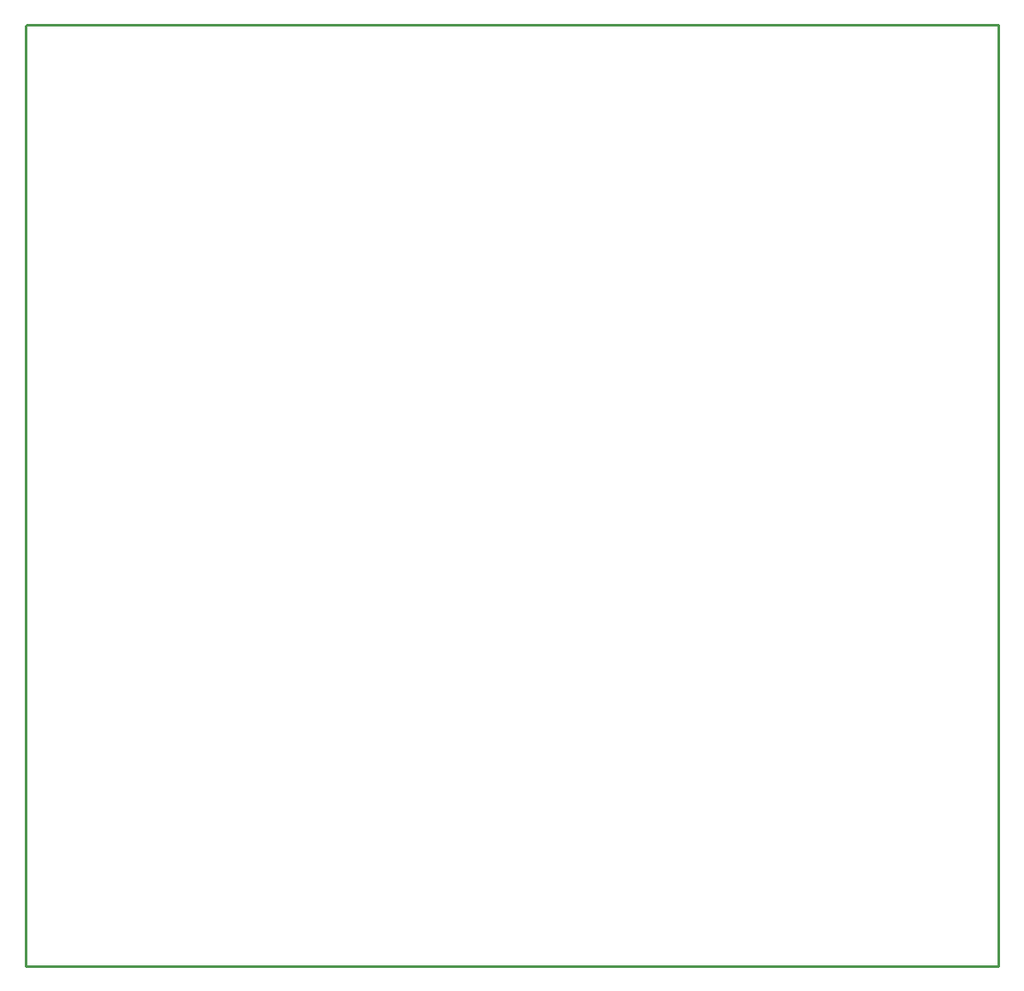
<source format=gko>
G04*
G04 #@! TF.GenerationSoftware,Altium Limited,Altium Designer,18.0.12 (696)*
G04*
G04 Layer_Color=16711935*
%FSLAX25Y25*%
%MOIN*%
G70*
G01*
G75*
%ADD10C,0.01000*%
D10*
X-12100Y-111600D02*
Y254900D01*
X367000Y-111600D02*
Y255400D01*
X-12100Y254900D02*
X-11600Y255400D01*
X-12100Y-111600D02*
X367000D01*
X-11600Y255400D02*
X252800D01*
X-12100Y254900D02*
X-11600Y255400D01*
X251800D02*
X367000D01*
M02*

</source>
